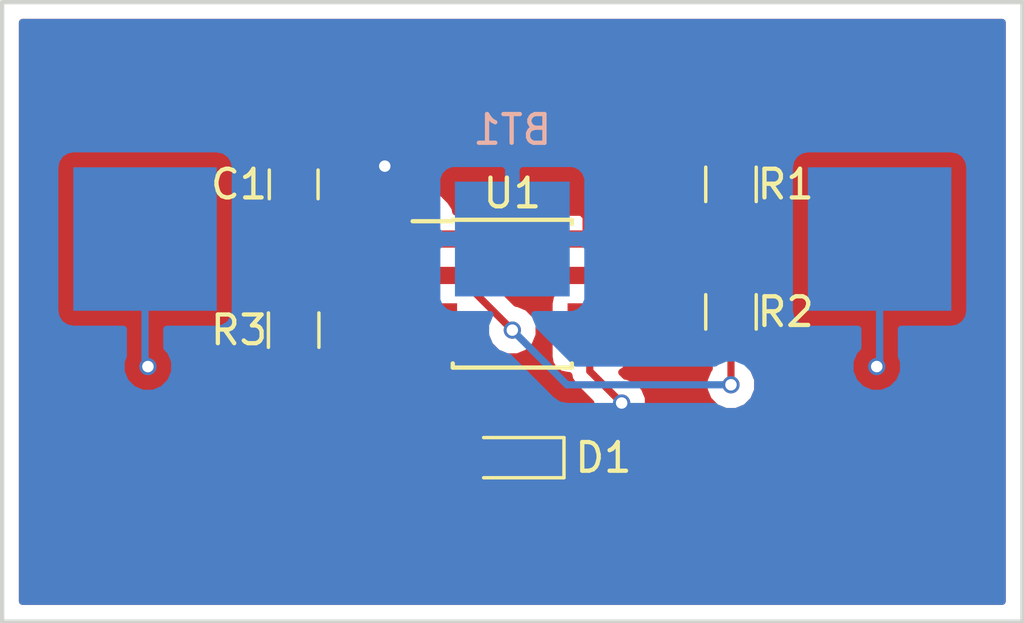
<source format=kicad_pcb>
(kicad_pcb (version 4) (host pcbnew 4.0.7)

  (general
    (links 15)
    (no_connects 2)
    (area 137.084999 95.809999 172.795001 117.550001)
    (thickness 1.6)
    (drawings 4)
    (tracks 36)
    (zones 0)
    (modules 7)
    (nets 7)
  )

  (page A4)
  (layers
    (0 F.Cu signal)
    (31 B.Cu signal hide)
    (32 B.Adhes user hide)
    (33 F.Adhes user hide)
    (34 B.Paste user hide)
    (35 F.Paste user hide)
    (36 B.SilkS user)
    (37 F.SilkS user hide)
    (38 B.Mask user)
    (39 F.Mask user)
    (40 Dwgs.User user hide)
    (41 Cmts.User user hide)
    (42 Eco1.User user hide)
    (43 Eco2.User user hide)
    (44 Edge.Cuts user)
    (45 Margin user)
    (46 B.CrtYd user)
    (47 F.CrtYd user)
    (48 B.Fab user)
    (49 F.Fab user)
  )

  (setup
    (last_trace_width 0.25)
    (trace_clearance 0.2)
    (zone_clearance 0.508)
    (zone_45_only no)
    (trace_min 0.2)
    (segment_width 0.2)
    (edge_width 0.15)
    (via_size 0.6)
    (via_drill 0.4)
    (via_min_size 0.4)
    (via_min_drill 0.3)
    (uvia_size 0.3)
    (uvia_drill 0.1)
    (uvias_allowed no)
    (uvia_min_size 0.2)
    (uvia_min_drill 0.1)
    (pcb_text_width 0.3)
    (pcb_text_size 1.5 1.5)
    (mod_edge_width 0.15)
    (mod_text_size 1 1)
    (mod_text_width 0.15)
    (pad_size 1.524 1.524)
    (pad_drill 0.762)
    (pad_to_mask_clearance 0.2)
    (aux_axis_origin 0 0)
    (visible_elements 7FFFFFFF)
    (pcbplotparams
      (layerselection 0x00030_80000001)
      (usegerberextensions false)
      (excludeedgelayer true)
      (linewidth 0.100000)
      (plotframeref false)
      (viasonmask false)
      (mode 1)
      (useauxorigin false)
      (hpglpennumber 1)
      (hpglpenspeed 20)
      (hpglpendiameter 15)
      (hpglpenoverlay 2)
      (psnegative false)
      (psa4output false)
      (plotreference true)
      (plotvalue true)
      (plotinvisibletext false)
      (padsonsilk false)
      (subtractmaskfromsilk false)
      (outputformat 1)
      (mirror false)
      (drillshape 1)
      (scaleselection 1)
      (outputdirectory ""))
  )

  (net 0 "")
  (net 1 GND)
  (net 2 /VDD)
  (net 3 "Net-(C1-Pad1)")
  (net 4 "Net-(D1-Pad2)")
  (net 5 "Net-(R1-Pad2)")
  (net 6 "Net-(R3-Pad1)")

  (net_class Default "This is the default net class."
    (clearance 0.2)
    (trace_width 0.25)
    (via_dia 0.6)
    (via_drill 0.4)
    (uvia_dia 0.3)
    (uvia_drill 0.1)
    (add_net /VDD)
    (add_net GND)
    (add_net "Net-(C1-Pad1)")
    (add_net "Net-(D1-Pad2)")
    (add_net "Net-(R1-Pad2)")
    (add_net "Net-(R3-Pad1)")
  )

  (module getting-to-blinky:S8211R (layer B.Cu) (tedit 5B1E5442) (tstamp 5B1E552E)
    (at 154.94 104.14)
    (path /5B1E3B58)
    (fp_text reference BT1 (at 0 -3.81) (layer B.SilkS)
      (effects (font (size 1 1) (thickness 0.15)) (justify mirror))
    )
    (fp_text value Battery (at 0 4.445) (layer B.Fab)
      (effects (font (size 1 1) (thickness 0.15)) (justify mirror))
    )
    (pad 2 smd rect (at 0 0) (size 4 4) (layers B.Cu B.Paste B.Mask)
      (net 1 GND))
    (pad 1 smd rect (at -12.8 0) (size 5 5) (layers B.Cu B.Paste B.Mask)
      (net 2 /VDD))
    (pad 1 smd rect (at 12.8 0) (size 5 5) (layers B.Cu B.Paste B.Mask)
      (net 2 /VDD))
  )

  (module Housings_SOIC:SOIC-8_3.9x4.9mm_Pitch1.27mm (layer F.Cu) (tedit 58CD0CDA) (tstamp 5B1E5558)
    (at 154.94 106.045)
    (descr "8-Lead Plastic Small Outline (SN) - Narrow, 3.90 mm Body [SOIC] (see Microchip Packaging Specification 00000049BS.pdf)")
    (tags "SOIC 1.27")
    (path /5B1E2BFB)
    (attr smd)
    (fp_text reference U1 (at 0 -3.5) (layer F.SilkS)
      (effects (font (size 1 1) (thickness 0.15)))
    )
    (fp_text value 7555 (at 0 3.5) (layer F.Fab)
      (effects (font (size 1 1) (thickness 0.15)))
    )
    (fp_text user %R (at 0 0) (layer F.Fab)
      (effects (font (size 1 1) (thickness 0.15)))
    )
    (fp_line (start -0.95 -2.45) (end 1.95 -2.45) (layer F.Fab) (width 0.1))
    (fp_line (start 1.95 -2.45) (end 1.95 2.45) (layer F.Fab) (width 0.1))
    (fp_line (start 1.95 2.45) (end -1.95 2.45) (layer F.Fab) (width 0.1))
    (fp_line (start -1.95 2.45) (end -1.95 -1.45) (layer F.Fab) (width 0.1))
    (fp_line (start -1.95 -1.45) (end -0.95 -2.45) (layer F.Fab) (width 0.1))
    (fp_line (start -3.73 -2.7) (end -3.73 2.7) (layer F.CrtYd) (width 0.05))
    (fp_line (start 3.73 -2.7) (end 3.73 2.7) (layer F.CrtYd) (width 0.05))
    (fp_line (start -3.73 -2.7) (end 3.73 -2.7) (layer F.CrtYd) (width 0.05))
    (fp_line (start -3.73 2.7) (end 3.73 2.7) (layer F.CrtYd) (width 0.05))
    (fp_line (start -2.075 -2.575) (end -2.075 -2.525) (layer F.SilkS) (width 0.15))
    (fp_line (start 2.075 -2.575) (end 2.075 -2.43) (layer F.SilkS) (width 0.15))
    (fp_line (start 2.075 2.575) (end 2.075 2.43) (layer F.SilkS) (width 0.15))
    (fp_line (start -2.075 2.575) (end -2.075 2.43) (layer F.SilkS) (width 0.15))
    (fp_line (start -2.075 -2.575) (end 2.075 -2.575) (layer F.SilkS) (width 0.15))
    (fp_line (start -2.075 2.575) (end 2.075 2.575) (layer F.SilkS) (width 0.15))
    (fp_line (start -2.075 -2.525) (end -3.475 -2.525) (layer F.SilkS) (width 0.15))
    (pad 1 smd rect (at -2.7 -1.905) (size 1.55 0.6) (layers F.Cu F.Paste F.Mask)
      (net 1 GND))
    (pad 2 smd rect (at -2.7 -0.635) (size 1.55 0.6) (layers F.Cu F.Paste F.Mask)
      (net 3 "Net-(C1-Pad1)"))
    (pad 3 smd rect (at -2.7 0.635) (size 1.55 0.6) (layers F.Cu F.Paste F.Mask)
      (net 6 "Net-(R3-Pad1)"))
    (pad 4 smd rect (at -2.7 1.905) (size 1.55 0.6) (layers F.Cu F.Paste F.Mask)
      (net 2 /VDD))
    (pad 5 smd rect (at 2.7 1.905) (size 1.55 0.6) (layers F.Cu F.Paste F.Mask)
      (net 1 GND))
    (pad 6 smd rect (at 2.7 0.635) (size 1.55 0.6) (layers F.Cu F.Paste F.Mask)
      (net 3 "Net-(C1-Pad1)"))
    (pad 7 smd rect (at 2.7 -0.635) (size 1.55 0.6) (layers F.Cu F.Paste F.Mask)
      (net 5 "Net-(R1-Pad2)"))
    (pad 8 smd rect (at 2.7 -1.905) (size 1.55 0.6) (layers F.Cu F.Paste F.Mask)
      (net 2 /VDD))
    (model ${KISYS3DMOD}/Housings_SOIC.3dshapes/SOIC-8_3.9x4.9mm_Pitch1.27mm.wrl
      (at (xyz 0 0 0))
      (scale (xyz 1 1 1))
      (rotate (xyz 0 0 0))
    )
  )

  (module Capacitors_SMD:C_0805 (layer F.Cu) (tedit 5B1F1C40) (tstamp 5B1E5534)
    (at 147.32 102.235 90)
    (descr "Capacitor SMD 0805, reflow soldering, AVX (see smccp.pdf)")
    (tags "capacitor 0805")
    (path /5B1E2D03)
    (attr smd)
    (fp_text reference C1 (at 0 -1.905 180) (layer F.SilkS)
      (effects (font (size 1 1) (thickness 0.15)))
    )
    (fp_text value 1uF (at 0 1.75 90) (layer F.Fab)
      (effects (font (size 1 1) (thickness 0.15)))
    )
    (fp_text user %R (at 0 -1.5 90) (layer F.Fab)
      (effects (font (size 1 1) (thickness 0.15)))
    )
    (fp_line (start -1 0.62) (end -1 -0.62) (layer F.Fab) (width 0.1))
    (fp_line (start 1 0.62) (end -1 0.62) (layer F.Fab) (width 0.1))
    (fp_line (start 1 -0.62) (end 1 0.62) (layer F.Fab) (width 0.1))
    (fp_line (start -1 -0.62) (end 1 -0.62) (layer F.Fab) (width 0.1))
    (fp_line (start 0.5 -0.85) (end -0.5 -0.85) (layer F.SilkS) (width 0.12))
    (fp_line (start -0.5 0.85) (end 0.5 0.85) (layer F.SilkS) (width 0.12))
    (fp_line (start -1.75 -0.88) (end 1.75 -0.88) (layer F.CrtYd) (width 0.05))
    (fp_line (start -1.75 -0.88) (end -1.75 0.87) (layer F.CrtYd) (width 0.05))
    (fp_line (start 1.75 0.87) (end 1.75 -0.88) (layer F.CrtYd) (width 0.05))
    (fp_line (start 1.75 0.87) (end -1.75 0.87) (layer F.CrtYd) (width 0.05))
    (pad 1 smd rect (at -1 0 90) (size 1 1.25) (layers F.Cu F.Paste F.Mask)
      (net 3 "Net-(C1-Pad1)"))
    (pad 2 smd rect (at 1 0 90) (size 1 1.25) (layers F.Cu F.Paste F.Mask)
      (net 1 GND))
    (model Capacitors_SMD.3dshapes/C_0805.wrl
      (at (xyz 0 0 0))
      (scale (xyz 1 1 1))
      (rotate (xyz 0 0 0))
    )
  )

  (module LEDs:LED_0805 (layer F.Cu) (tedit 5B1F1ADD) (tstamp 5B1E553A)
    (at 154.94 111.76 180)
    (descr "LED 0805 smd package")
    (tags "LED led 0805 SMD smd SMT smt smdled SMDLED smtled SMTLED")
    (path /5B1E2DF3)
    (attr smd)
    (fp_text reference D1 (at -3.175 0 360) (layer F.SilkS)
      (effects (font (size 1 1) (thickness 0.15)))
    )
    (fp_text value LED (at 0 1.55 180) (layer F.Fab)
      (effects (font (size 1 1) (thickness 0.15)))
    )
    (fp_line (start -1.8 -0.7) (end -1.8 0.7) (layer F.SilkS) (width 0.12))
    (fp_line (start -0.4 -0.4) (end -0.4 0.4) (layer F.Fab) (width 0.1))
    (fp_line (start -0.4 0) (end 0.2 -0.4) (layer F.Fab) (width 0.1))
    (fp_line (start 0.2 0.4) (end -0.4 0) (layer F.Fab) (width 0.1))
    (fp_line (start 0.2 -0.4) (end 0.2 0.4) (layer F.Fab) (width 0.1))
    (fp_line (start 1 0.6) (end -1 0.6) (layer F.Fab) (width 0.1))
    (fp_line (start 1 -0.6) (end 1 0.6) (layer F.Fab) (width 0.1))
    (fp_line (start -1 -0.6) (end 1 -0.6) (layer F.Fab) (width 0.1))
    (fp_line (start -1 0.6) (end -1 -0.6) (layer F.Fab) (width 0.1))
    (fp_line (start -1.8 0.7) (end 1 0.7) (layer F.SilkS) (width 0.12))
    (fp_line (start -1.8 -0.7) (end 1 -0.7) (layer F.SilkS) (width 0.12))
    (fp_line (start 1.95 -0.85) (end 1.95 0.85) (layer F.CrtYd) (width 0.05))
    (fp_line (start 1.95 0.85) (end -1.95 0.85) (layer F.CrtYd) (width 0.05))
    (fp_line (start -1.95 0.85) (end -1.95 -0.85) (layer F.CrtYd) (width 0.05))
    (fp_line (start -1.95 -0.85) (end 1.95 -0.85) (layer F.CrtYd) (width 0.05))
    (fp_text user %R (at 0 -1.25 180) (layer F.Fab)
      (effects (font (size 0.4 0.4) (thickness 0.1)))
    )
    (pad 2 smd rect (at 1.1 0) (size 1.2 1.2) (layers F.Cu F.Paste F.Mask)
      (net 4 "Net-(D1-Pad2)"))
    (pad 1 smd rect (at -1.1 0) (size 1.2 1.2) (layers F.Cu F.Paste F.Mask)
      (net 1 GND))
    (model ${KISYS3DMOD}/LEDs.3dshapes/LED_0805.wrl
      (at (xyz 0 0 0))
      (scale (xyz 1 1 1))
      (rotate (xyz 0 0 180))
    )
  )

  (module Resistors_SMD:R_0805 (layer F.Cu) (tedit 5B1F19E2) (tstamp 5B1E5540)
    (at 162.56 102.235 270)
    (descr "Resistor SMD 0805, reflow soldering, Vishay (see dcrcw.pdf)")
    (tags "resistor 0805")
    (path /5B1E2C90)
    (attr smd)
    (fp_text reference R1 (at 0 -1.905 360) (layer F.SilkS)
      (effects (font (size 1 1) (thickness 0.15)))
    )
    (fp_text value 1K (at 0 1.75 270) (layer F.Fab)
      (effects (font (size 1 1) (thickness 0.15)))
    )
    (fp_text user %R (at 0 0 270) (layer F.Fab)
      (effects (font (size 0.5 0.5) (thickness 0.075)))
    )
    (fp_line (start -1 0.62) (end -1 -0.62) (layer F.Fab) (width 0.1))
    (fp_line (start 1 0.62) (end -1 0.62) (layer F.Fab) (width 0.1))
    (fp_line (start 1 -0.62) (end 1 0.62) (layer F.Fab) (width 0.1))
    (fp_line (start -1 -0.62) (end 1 -0.62) (layer F.Fab) (width 0.1))
    (fp_line (start 0.6 0.88) (end -0.6 0.88) (layer F.SilkS) (width 0.12))
    (fp_line (start -0.6 -0.88) (end 0.6 -0.88) (layer F.SilkS) (width 0.12))
    (fp_line (start -1.55 -0.9) (end 1.55 -0.9) (layer F.CrtYd) (width 0.05))
    (fp_line (start -1.55 -0.9) (end -1.55 0.9) (layer F.CrtYd) (width 0.05))
    (fp_line (start 1.55 0.9) (end 1.55 -0.9) (layer F.CrtYd) (width 0.05))
    (fp_line (start 1.55 0.9) (end -1.55 0.9) (layer F.CrtYd) (width 0.05))
    (pad 1 smd rect (at -0.95 0 270) (size 0.7 1.3) (layers F.Cu F.Paste F.Mask)
      (net 2 /VDD))
    (pad 2 smd rect (at 0.95 0 270) (size 0.7 1.3) (layers F.Cu F.Paste F.Mask)
      (net 5 "Net-(R1-Pad2)"))
    (model ${KISYS3DMOD}/Resistors_SMD.3dshapes/R_0805.wrl
      (at (xyz 0 0 0))
      (scale (xyz 1 1 1))
      (rotate (xyz 0 0 0))
    )
  )

  (module Resistors_SMD:R_0805 (layer F.Cu) (tedit 5B1F19DD) (tstamp 5B1E5546)
    (at 162.56 106.68 270)
    (descr "Resistor SMD 0805, reflow soldering, Vishay (see dcrcw.pdf)")
    (tags "resistor 0805")
    (path /5B1E2CC9)
    (attr smd)
    (fp_text reference R2 (at 0 -1.905 360) (layer F.SilkS)
      (effects (font (size 1 1) (thickness 0.15)))
    )
    (fp_text value 470K (at 0 1.75 270) (layer F.Fab)
      (effects (font (size 1 1) (thickness 0.15)))
    )
    (fp_text user %R (at 0 0 270) (layer F.Fab)
      (effects (font (size 0.5 0.5) (thickness 0.075)))
    )
    (fp_line (start -1 0.62) (end -1 -0.62) (layer F.Fab) (width 0.1))
    (fp_line (start 1 0.62) (end -1 0.62) (layer F.Fab) (width 0.1))
    (fp_line (start 1 -0.62) (end 1 0.62) (layer F.Fab) (width 0.1))
    (fp_line (start -1 -0.62) (end 1 -0.62) (layer F.Fab) (width 0.1))
    (fp_line (start 0.6 0.88) (end -0.6 0.88) (layer F.SilkS) (width 0.12))
    (fp_line (start -0.6 -0.88) (end 0.6 -0.88) (layer F.SilkS) (width 0.12))
    (fp_line (start -1.55 -0.9) (end 1.55 -0.9) (layer F.CrtYd) (width 0.05))
    (fp_line (start -1.55 -0.9) (end -1.55 0.9) (layer F.CrtYd) (width 0.05))
    (fp_line (start 1.55 0.9) (end 1.55 -0.9) (layer F.CrtYd) (width 0.05))
    (fp_line (start 1.55 0.9) (end -1.55 0.9) (layer F.CrtYd) (width 0.05))
    (pad 1 smd rect (at -0.95 0 270) (size 0.7 1.3) (layers F.Cu F.Paste F.Mask)
      (net 5 "Net-(R1-Pad2)"))
    (pad 2 smd rect (at 0.95 0 270) (size 0.7 1.3) (layers F.Cu F.Paste F.Mask)
      (net 3 "Net-(C1-Pad1)"))
    (model ${KISYS3DMOD}/Resistors_SMD.3dshapes/R_0805.wrl
      (at (xyz 0 0 0))
      (scale (xyz 1 1 1))
      (rotate (xyz 0 0 0))
    )
  )

  (module Resistors_SMD:R_0805 (layer F.Cu) (tedit 5B1F1CCB) (tstamp 5B1E554C)
    (at 147.32 107.315 270)
    (descr "Resistor SMD 0805, reflow soldering, Vishay (see dcrcw.pdf)")
    (tags "resistor 0805")
    (path /5B1E2D68)
    (attr smd)
    (fp_text reference R3 (at 0 1.905 360) (layer F.SilkS)
      (effects (font (size 1 1) (thickness 0.15)))
    )
    (fp_text value 1K (at 0 1.75 270) (layer F.Fab)
      (effects (font (size 1 1) (thickness 0.15)))
    )
    (fp_text user %R (at 0 0 270) (layer F.Fab)
      (effects (font (size 0.5 0.5) (thickness 0.075)))
    )
    (fp_line (start -1 0.62) (end -1 -0.62) (layer F.Fab) (width 0.1))
    (fp_line (start 1 0.62) (end -1 0.62) (layer F.Fab) (width 0.1))
    (fp_line (start 1 -0.62) (end 1 0.62) (layer F.Fab) (width 0.1))
    (fp_line (start -1 -0.62) (end 1 -0.62) (layer F.Fab) (width 0.1))
    (fp_line (start 0.6 0.88) (end -0.6 0.88) (layer F.SilkS) (width 0.12))
    (fp_line (start -0.6 -0.88) (end 0.6 -0.88) (layer F.SilkS) (width 0.12))
    (fp_line (start -1.55 -0.9) (end 1.55 -0.9) (layer F.CrtYd) (width 0.05))
    (fp_line (start -1.55 -0.9) (end -1.55 0.9) (layer F.CrtYd) (width 0.05))
    (fp_line (start 1.55 0.9) (end 1.55 -0.9) (layer F.CrtYd) (width 0.05))
    (fp_line (start 1.55 0.9) (end -1.55 0.9) (layer F.CrtYd) (width 0.05))
    (pad 1 smd rect (at -0.95 0 270) (size 0.7 1.3) (layers F.Cu F.Paste F.Mask)
      (net 6 "Net-(R3-Pad1)"))
    (pad 2 smd rect (at 0.95 0 270) (size 0.7 1.3) (layers F.Cu F.Paste F.Mask)
      (net 4 "Net-(D1-Pad2)"))
    (model ${KISYS3DMOD}/Resistors_SMD.3dshapes/R_0805.wrl
      (at (xyz 0 0 0))
      (scale (xyz 1 1 1))
      (rotate (xyz 0 0 0))
    )
  )

  (gr_line (start 172.72 117.475) (end 137.16 117.475) (angle 90) (layer Edge.Cuts) (width 0.15))
  (gr_line (start 172.72 95.885) (end 172.72 117.475) (angle 90) (layer Edge.Cuts) (width 0.15))
  (gr_line (start 137.16 95.885) (end 172.72 95.885) (angle 90) (layer Edge.Cuts) (width 0.15))
  (gr_line (start 137.16 117.475) (end 137.16 95.885) (angle 90) (layer Edge.Cuts) (width 0.15))

  (segment (start 152.24 104.14) (end 152.24 103.345) (width 0.25) (layer F.Cu) (net 1) (status 400000))
  (segment (start 150.13 101.235) (end 147.32 101.235) (width 0.25) (layer F.Cu) (net 1) (status 800000))
  (segment (start 150.495 101.6) (end 150.13 101.235) (width 0.25) (layer F.Cu) (net 1) (tstamp 5B1F1D46))
  (via (at 150.495 101.6) (size 0.6) (drill 0.4) (layers F.Cu B.Cu) (net 1))
  (segment (start 152.24 103.345) (end 150.495 101.6) (width 0.25) (layer F.Cu) (net 1) (tstamp 5B1F1D57))
  (segment (start 157.64 107.95) (end 157.64 108.745) (width 0.25) (layer F.Cu) (net 1) (status 400000))
  (segment (start 156.845 111.76) (end 156.04 111.76) (width 0.25) (layer F.Cu) (net 1) (status 800000))
  (segment (start 158.75 109.855) (end 156.845 111.76) (width 0.25) (layer F.Cu) (net 1) (tstamp 5B1F1D33))
  (via (at 158.75 109.855) (size 0.6) (drill 0.4) (layers F.Cu B.Cu) (net 1))
  (segment (start 157.64 108.745) (end 158.75 109.855) (width 0.25) (layer F.Cu) (net 1) (tstamp 5B1F1D39))
  (segment (start 156.355 112.075) (end 156.04 111.76) (width 0.25) (layer F.Cu) (net 1) (tstamp 5B1F1B2E))
  (segment (start 142.14 104.14) (end 142.14 108.485) (width 0.25) (layer B.Cu) (net 2))
  (via (at 142.24 108.585) (size 0.6) (drill 0.4) (layers F.Cu B.Cu) (net 2))
  (segment (start 142.14 108.485) (end 142.24 108.585) (width 0.25) (layer B.Cu) (net 2) (tstamp 5B1F1AD1))
  (segment (start 167.74 104.14) (end 167.74 108.485) (width 0.25) (layer B.Cu) (net 2))
  (via (at 167.64 108.585) (size 0.6) (drill 0.4) (layers F.Cu B.Cu) (net 2))
  (segment (start 167.74 108.485) (end 167.64 108.585) (width 0.25) (layer B.Cu) (net 2) (tstamp 5B1F1ACA))
  (segment (start 154.94 107.315) (end 156.845 109.22) (width 0.25) (layer B.Cu) (net 3))
  (via (at 162.56 109.22) (size 0.6) (drill 0.4) (layers F.Cu B.Cu) (net 3))
  (segment (start 162.56 107.63) (end 162.56 109.22) (width 0.25) (layer F.Cu) (net 3) (status 400000))
  (segment (start 153.035 105.41) (end 154.94 107.315) (width 0.25) (layer F.Cu) (net 3) (tstamp 5B1F1DC0))
  (via (at 154.94 107.315) (size 0.6) (drill 0.4) (layers F.Cu B.Cu) (net 3))
  (segment (start 153.035 105.41) (end 152.24 105.41) (width 0.25) (layer F.Cu) (net 3) (status 800000))
  (segment (start 156.845 109.22) (end 162.56 109.22) (width 0.25) (layer B.Cu) (net 3) (tstamp 5B1F1DD2))
  (segment (start 147.32 103.235) (end 147.685 103.235) (width 0.25) (layer F.Cu) (net 3) (status C00000))
  (segment (start 147.685 103.235) (end 149.86 105.41) (width 0.25) (layer F.Cu) (net 3) (tstamp 5B1F1D20) (status 400000))
  (segment (start 149.86 105.41) (end 152.24 105.41) (width 0.25) (layer F.Cu) (net 3) (tstamp 5B1F1D21) (status 800000))
  (segment (start 153.84 111.76) (end 150.815 111.76) (width 0.25) (layer F.Cu) (net 4) (status 400000))
  (segment (start 150.815 111.76) (end 147.32 108.265) (width 0.25) (layer F.Cu) (net 4) (tstamp 5B1F1D29) (status 800000))
  (segment (start 162.56 103.185) (end 162.56 105.73) (width 0.25) (layer F.Cu) (net 5) (status C00000))
  (segment (start 162.56 105.73) (end 160.34 105.73) (width 0.25) (layer F.Cu) (net 5) (status 400000))
  (segment (start 160.02 105.41) (end 157.64 105.41) (width 0.25) (layer F.Cu) (net 5) (tstamp 5B1F1D2E) (status 800000))
  (segment (start 160.34 105.73) (end 160.02 105.41) (width 0.25) (layer F.Cu) (net 5) (tstamp 5B1F1D2D))
  (segment (start 147.32 106.365) (end 148.91 106.365) (width 0.25) (layer F.Cu) (net 6) (status 400000))
  (segment (start 149.225 106.68) (end 152.24 106.68) (width 0.25) (layer F.Cu) (net 6) (tstamp 5B1F1D26) (status 800000))
  (segment (start 148.91 106.365) (end 149.225 106.68) (width 0.25) (layer F.Cu) (net 6) (tstamp 5B1F1D25))

  (zone (net 2) (net_name /VDD) (layer F.Cu) (tstamp 5B1F1931) (hatch edge 0.508)
    (connect_pads (clearance 0.508))
    (min_thickness 0.254)
    (fill yes (arc_segments 16) (thermal_gap 0.508) (thermal_bridge_width 0.508))
    (polygon
      (pts
        (xy 172.72 117.475) (xy 137.16 117.475) (xy 137.16 95.885) (xy 172.72 95.885)
      )
    )
    (filled_polygon
      (pts
        (xy 172.01 116.765) (xy 137.87 116.765) (xy 137.87 106.015) (xy 146.02256 106.015) (xy 146.02256 106.715)
        (xy 146.066838 106.950317) (xy 146.20591 107.166441) (xy 146.41811 107.311431) (xy 146.431197 107.314081) (xy 146.218559 107.45091)
        (xy 146.073569 107.66311) (xy 146.02256 107.915) (xy 146.02256 108.615) (xy 146.066838 108.850317) (xy 146.20591 109.066441)
        (xy 146.41811 109.211431) (xy 146.67 109.26244) (xy 147.242638 109.26244) (xy 150.277599 112.297401) (xy 150.52416 112.462148)
        (xy 150.572414 112.471746) (xy 150.815 112.52) (xy 152.622666 112.52) (xy 152.636838 112.595317) (xy 152.77591 112.811441)
        (xy 152.98811 112.956431) (xy 153.24 113.00744) (xy 154.44 113.00744) (xy 154.675317 112.963162) (xy 154.891441 112.82409)
        (xy 154.939134 112.754289) (xy 154.97591 112.811441) (xy 155.18811 112.956431) (xy 155.44 113.00744) (xy 156.64 113.00744)
        (xy 156.875317 112.963162) (xy 157.091441 112.82409) (xy 157.236431 112.61189) (xy 157.287241 112.360985) (xy 157.382401 112.297401)
        (xy 158.88968 110.790122) (xy 158.935167 110.790162) (xy 159.278943 110.648117) (xy 159.542192 110.385327) (xy 159.684838 110.041799)
        (xy 159.685162 109.669833) (xy 159.543117 109.326057) (xy 159.280327 109.062808) (xy 158.936799 108.920162) (xy 158.889923 108.920121)
        (xy 158.755366 108.785564) (xy 158.866441 108.71409) (xy 159.011431 108.50189) (xy 159.06244 108.25) (xy 159.06244 107.65)
        (xy 159.018162 107.414683) (xy 158.954322 107.315472) (xy 159.011431 107.23189) (xy 159.06244 106.98) (xy 159.06244 106.38)
        (xy 159.022926 106.17) (xy 159.705198 106.17) (xy 159.802599 106.267401) (xy 160.04916 106.432148) (xy 160.34 106.49)
        (xy 161.419243 106.49) (xy 161.44591 106.531441) (xy 161.65811 106.676431) (xy 161.671197 106.679081) (xy 161.458559 106.81591)
        (xy 161.313569 107.02811) (xy 161.26256 107.28) (xy 161.26256 107.98) (xy 161.306838 108.215317) (xy 161.44591 108.431441)
        (xy 161.65811 108.576431) (xy 161.8 108.605164) (xy 161.8 108.657537) (xy 161.767808 108.689673) (xy 161.625162 109.033201)
        (xy 161.624838 109.405167) (xy 161.766883 109.748943) (xy 162.029673 110.012192) (xy 162.373201 110.154838) (xy 162.745167 110.155162)
        (xy 163.088943 110.013117) (xy 163.352192 109.750327) (xy 163.494838 109.406799) (xy 163.495162 109.034833) (xy 163.353117 108.691057)
        (xy 163.32 108.657882) (xy 163.32 108.606742) (xy 163.445317 108.583162) (xy 163.661441 108.44409) (xy 163.806431 108.23189)
        (xy 163.85744 107.98) (xy 163.85744 107.28) (xy 163.813162 107.044683) (xy 163.67409 106.828559) (xy 163.46189 106.683569)
        (xy 163.448803 106.680919) (xy 163.661441 106.54409) (xy 163.806431 106.33189) (xy 163.85744 106.08) (xy 163.85744 105.38)
        (xy 163.813162 105.144683) (xy 163.67409 104.928559) (xy 163.46189 104.783569) (xy 163.32 104.754836) (xy 163.32 104.161742)
        (xy 163.445317 104.138162) (xy 163.661441 103.99909) (xy 163.806431 103.78689) (xy 163.85744 103.535) (xy 163.85744 102.835)
        (xy 163.813162 102.599683) (xy 163.67409 102.383559) (xy 163.46189 102.238569) (xy 163.42851 102.231809) (xy 163.569699 102.173327)
        (xy 163.748327 101.994698) (xy 163.845 101.761309) (xy 163.845 101.57075) (xy 163.68625 101.412) (xy 162.687 101.412)
        (xy 162.687 101.432) (xy 162.433 101.432) (xy 162.433 101.412) (xy 161.43375 101.412) (xy 161.275 101.57075)
        (xy 161.275 101.761309) (xy 161.371673 101.994698) (xy 161.550301 102.173327) (xy 161.686287 102.229654) (xy 161.674683 102.231838)
        (xy 161.458559 102.37091) (xy 161.313569 102.58311) (xy 161.26256 102.835) (xy 161.26256 103.535) (xy 161.306838 103.770317)
        (xy 161.44591 103.986441) (xy 161.65811 104.131431) (xy 161.8 104.160164) (xy 161.8 104.753258) (xy 161.674683 104.776838)
        (xy 161.458559 104.91591) (xy 161.421601 104.97) (xy 160.654802 104.97) (xy 160.557401 104.872599) (xy 160.310839 104.707852)
        (xy 160.02 104.65) (xy 159.015334 104.65) (xy 159.05 104.56631) (xy 159.05 104.42575) (xy 158.89125 104.267)
        (xy 157.767 104.267) (xy 157.767 104.287) (xy 157.513 104.287) (xy 157.513 104.267) (xy 156.38875 104.267)
        (xy 156.23 104.42575) (xy 156.23 104.56631) (xy 156.319806 104.783122) (xy 156.268569 104.85811) (xy 156.21756 105.11)
        (xy 156.21756 105.71) (xy 156.261838 105.945317) (xy 156.325678 106.044528) (xy 156.268569 106.12811) (xy 156.21756 106.38)
        (xy 156.21756 106.98) (xy 156.261838 107.215317) (xy 156.325678 107.314528) (xy 156.268569 107.39811) (xy 156.21756 107.65)
        (xy 156.21756 108.25) (xy 156.261838 108.485317) (xy 156.40091 108.701441) (xy 156.61311 108.846431) (xy 156.865 108.89744)
        (xy 156.910322 108.89744) (xy 156.937852 109.035839) (xy 157.102599 109.282401) (xy 157.675198 109.855) (xy 156.936291 110.593907)
        (xy 156.89189 110.563569) (xy 156.64 110.51256) (xy 155.44 110.51256) (xy 155.204683 110.556838) (xy 154.988559 110.69591)
        (xy 154.940866 110.765711) (xy 154.90409 110.708559) (xy 154.69189 110.563569) (xy 154.44 110.51256) (xy 153.24 110.51256)
        (xy 153.004683 110.556838) (xy 152.788559 110.69591) (xy 152.643569 110.90811) (xy 152.624961 111) (xy 151.129802 111)
        (xy 148.61744 108.487638) (xy 148.61744 108.23575) (xy 150.83 108.23575) (xy 150.83 108.37631) (xy 150.926673 108.609699)
        (xy 151.105302 108.788327) (xy 151.338691 108.885) (xy 151.95425 108.885) (xy 152.113 108.72625) (xy 152.113 108.077)
        (xy 152.367 108.077) (xy 152.367 108.72625) (xy 152.52575 108.885) (xy 153.141309 108.885) (xy 153.374698 108.788327)
        (xy 153.553327 108.609699) (xy 153.65 108.37631) (xy 153.65 108.23575) (xy 153.49125 108.077) (xy 152.367 108.077)
        (xy 152.113 108.077) (xy 150.98875 108.077) (xy 150.83 108.23575) (xy 148.61744 108.23575) (xy 148.61744 107.915)
        (xy 148.573162 107.679683) (xy 148.43409 107.463559) (xy 148.22189 107.318569) (xy 148.208803 107.315919) (xy 148.421441 107.17909)
        (xy 148.458399 107.125) (xy 148.595198 107.125) (xy 148.687599 107.217401) (xy 148.93416 107.382148) (xy 149.225 107.44)
        (xy 150.864666 107.44) (xy 150.83 107.52369) (xy 150.83 107.66425) (xy 150.98875 107.823) (xy 152.113 107.823)
        (xy 152.113 107.803) (xy 152.367 107.803) (xy 152.367 107.823) (xy 153.49125 107.823) (xy 153.65 107.66425)
        (xy 153.65 107.52369) (xy 153.560194 107.306878) (xy 153.611431 107.23189) (xy 153.64017 107.089972) (xy 154.004878 107.45468)
        (xy 154.004838 107.500167) (xy 154.146883 107.843943) (xy 154.409673 108.107192) (xy 154.753201 108.249838) (xy 155.125167 108.250162)
        (xy 155.468943 108.108117) (xy 155.732192 107.845327) (xy 155.874838 107.501799) (xy 155.875162 107.129833) (xy 155.733117 106.786057)
        (xy 155.470327 106.522808) (xy 155.126799 106.380162) (xy 155.079923 106.380121) (xy 153.628285 104.928483) (xy 153.618162 104.874683)
        (xy 153.554322 104.775472) (xy 153.611431 104.69189) (xy 153.66244 104.44) (xy 153.66244 103.84) (xy 153.638674 103.71369)
        (xy 156.23 103.71369) (xy 156.23 103.85425) (xy 156.38875 104.013) (xy 157.513 104.013) (xy 157.513 103.36375)
        (xy 157.767 103.36375) (xy 157.767 104.013) (xy 158.89125 104.013) (xy 159.05 103.85425) (xy 159.05 103.71369)
        (xy 158.953327 103.480301) (xy 158.774698 103.301673) (xy 158.541309 103.205) (xy 157.92575 103.205) (xy 157.767 103.36375)
        (xy 157.513 103.36375) (xy 157.35425 103.205) (xy 156.738691 103.205) (xy 156.505302 103.301673) (xy 156.326673 103.480301)
        (xy 156.23 103.71369) (xy 153.638674 103.71369) (xy 153.618162 103.604683) (xy 153.47909 103.388559) (xy 153.26689 103.243569)
        (xy 153.015 103.19256) (xy 152.969678 103.19256) (xy 152.942148 103.054161) (xy 152.777401 102.807599) (xy 151.430122 101.46032)
        (xy 151.430162 101.414833) (xy 151.288117 101.071057) (xy 151.026209 100.808691) (xy 161.275 100.808691) (xy 161.275 100.99925)
        (xy 161.43375 101.158) (xy 162.433 101.158) (xy 162.433 100.45875) (xy 162.687 100.45875) (xy 162.687 101.158)
        (xy 163.68625 101.158) (xy 163.845 100.99925) (xy 163.845 100.808691) (xy 163.748327 100.575302) (xy 163.569699 100.396673)
        (xy 163.33631 100.3) (xy 162.84575 100.3) (xy 162.687 100.45875) (xy 162.433 100.45875) (xy 162.27425 100.3)
        (xy 161.78369 100.3) (xy 161.550301 100.396673) (xy 161.371673 100.575302) (xy 161.275 100.808691) (xy 151.026209 100.808691)
        (xy 151.025327 100.807808) (xy 150.681799 100.665162) (xy 150.618773 100.665107) (xy 150.420839 100.532852) (xy 150.13 100.475)
        (xy 148.532279 100.475) (xy 148.40909 100.283559) (xy 148.19689 100.138569) (xy 147.945 100.08756) (xy 146.695 100.08756)
        (xy 146.459683 100.131838) (xy 146.243559 100.27091) (xy 146.098569 100.48311) (xy 146.04756 100.735) (xy 146.04756 101.735)
        (xy 146.091838 101.970317) (xy 146.23091 102.186441) (xy 146.300711 102.234134) (xy 146.243559 102.27091) (xy 146.098569 102.48311)
        (xy 146.04756 102.735) (xy 146.04756 103.735) (xy 146.091838 103.970317) (xy 146.23091 104.186441) (xy 146.44311 104.331431)
        (xy 146.695 104.38244) (xy 147.757638 104.38244) (xy 148.997628 105.62243) (xy 148.91 105.605) (xy 148.460757 105.605)
        (xy 148.43409 105.563559) (xy 148.22189 105.418569) (xy 147.97 105.36756) (xy 146.67 105.36756) (xy 146.434683 105.411838)
        (xy 146.218559 105.55091) (xy 146.073569 105.76311) (xy 146.02256 106.015) (xy 137.87 106.015) (xy 137.87 96.595)
        (xy 172.01 96.595)
      )
    )
  )
  (zone (net 1) (net_name GND) (layer B.Cu) (tstamp 5B1F194D) (hatch edge 0.508)
    (connect_pads (clearance 0.508))
    (min_thickness 0.254)
    (fill yes (arc_segments 16) (thermal_gap 0.508) (thermal_bridge_width 0.508))
    (polygon
      (pts
        (xy 172.72 117.475) (xy 137.16 117.475) (xy 137.16 95.885) (xy 172.72 95.885)
      )
    )
    (filled_polygon
      (pts
        (xy 172.01 116.765) (xy 137.87 116.765) (xy 137.87 101.64) (xy 138.99256 101.64) (xy 138.99256 106.64)
        (xy 139.036838 106.875317) (xy 139.17591 107.091441) (xy 139.38811 107.236431) (xy 139.64 107.28744) (xy 141.38 107.28744)
        (xy 141.38 108.217972) (xy 141.305162 108.398201) (xy 141.304838 108.770167) (xy 141.446883 109.113943) (xy 141.709673 109.377192)
        (xy 142.053201 109.519838) (xy 142.425167 109.520162) (xy 142.768943 109.378117) (xy 143.032192 109.115327) (xy 143.174838 108.771799)
        (xy 143.175162 108.399833) (xy 143.033117 108.056057) (xy 142.9 107.922707) (xy 142.9 107.28744) (xy 144.64 107.28744)
        (xy 144.875317 107.243162) (xy 145.091441 107.10409) (xy 145.236431 106.89189) (xy 145.28744 106.64) (xy 145.28744 104.42575)
        (xy 152.305 104.42575) (xy 152.305 106.26631) (xy 152.401673 106.499699) (xy 152.580302 106.678327) (xy 152.813691 106.775)
        (xy 154.157498 106.775) (xy 154.147808 106.784673) (xy 154.005162 107.128201) (xy 154.004838 107.500167) (xy 154.146883 107.843943)
        (xy 154.409673 108.107192) (xy 154.753201 108.249838) (xy 154.800077 108.249879) (xy 156.307599 109.757401) (xy 156.554161 109.922148)
        (xy 156.845 109.98) (xy 161.997537 109.98) (xy 162.029673 110.012192) (xy 162.373201 110.154838) (xy 162.745167 110.155162)
        (xy 163.088943 110.013117) (xy 163.352192 109.750327) (xy 163.494838 109.406799) (xy 163.495162 109.034833) (xy 163.353117 108.691057)
        (xy 163.090327 108.427808) (xy 162.746799 108.285162) (xy 162.374833 108.284838) (xy 162.031057 108.426883) (xy 161.997882 108.46)
        (xy 157.159802 108.46) (xy 155.875122 107.17532) (xy 155.875162 107.129833) (xy 155.733117 106.786057) (xy 155.722079 106.775)
        (xy 157.066309 106.775) (xy 157.299698 106.678327) (xy 157.478327 106.499699) (xy 157.575 106.26631) (xy 157.575 104.42575)
        (xy 157.41625 104.267) (xy 155.067 104.267) (xy 155.067 104.287) (xy 154.813 104.287) (xy 154.813 104.267)
        (xy 152.46375 104.267) (xy 152.305 104.42575) (xy 145.28744 104.42575) (xy 145.28744 102.01369) (xy 152.305 102.01369)
        (xy 152.305 103.85425) (xy 152.46375 104.013) (xy 154.813 104.013) (xy 154.813 101.66375) (xy 155.067 101.66375)
        (xy 155.067 104.013) (xy 157.41625 104.013) (xy 157.575 103.85425) (xy 157.575 102.01369) (xy 157.478327 101.780301)
        (xy 157.338026 101.64) (xy 164.59256 101.64) (xy 164.59256 106.64) (xy 164.636838 106.875317) (xy 164.77591 107.091441)
        (xy 164.98811 107.236431) (xy 165.24 107.28744) (xy 166.98 107.28744) (xy 166.98 107.922711) (xy 166.847808 108.054673)
        (xy 166.705162 108.398201) (xy 166.704838 108.770167) (xy 166.846883 109.113943) (xy 167.109673 109.377192) (xy 167.453201 109.519838)
        (xy 167.825167 109.520162) (xy 168.168943 109.378117) (xy 168.432192 109.115327) (xy 168.574838 108.771799) (xy 168.575162 108.399833)
        (xy 168.5 108.217927) (xy 168.5 107.28744) (xy 170.24 107.28744) (xy 170.475317 107.243162) (xy 170.691441 107.10409)
        (xy 170.836431 106.89189) (xy 170.88744 106.64) (xy 170.88744 101.64) (xy 170.843162 101.404683) (xy 170.70409 101.188559)
        (xy 170.49189 101.043569) (xy 170.24 100.99256) (xy 165.24 100.99256) (xy 165.004683 101.036838) (xy 164.788559 101.17591)
        (xy 164.643569 101.38811) (xy 164.59256 101.64) (xy 157.338026 101.64) (xy 157.299698 101.601673) (xy 157.066309 101.505)
        (xy 155.22575 101.505) (xy 155.067 101.66375) (xy 154.813 101.66375) (xy 154.65425 101.505) (xy 152.813691 101.505)
        (xy 152.580302 101.601673) (xy 152.401673 101.780301) (xy 152.305 102.01369) (xy 145.28744 102.01369) (xy 145.28744 101.64)
        (xy 145.243162 101.404683) (xy 145.10409 101.188559) (xy 144.89189 101.043569) (xy 144.64 100.99256) (xy 139.64 100.99256)
        (xy 139.404683 101.036838) (xy 139.188559 101.17591) (xy 139.043569 101.38811) (xy 138.99256 101.64) (xy 137.87 101.64)
        (xy 137.87 96.595) (xy 172.01 96.595)
      )
    )
  )
)

</source>
